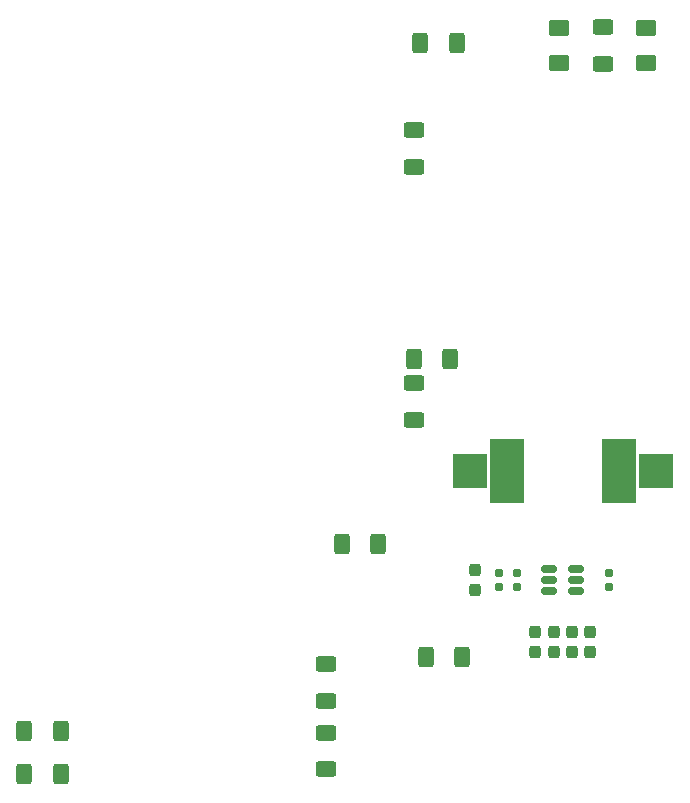
<source format=gbr>
%TF.GenerationSoftware,KiCad,Pcbnew,(6.0.0)*%
%TF.CreationDate,2022-08-03T23:17:49+01:00*%
%TF.ProjectId,Tube Headphone project V3,54756265-2048-4656-9164-70686f6e6520,rev?*%
%TF.SameCoordinates,Original*%
%TF.FileFunction,Paste,Top*%
%TF.FilePolarity,Positive*%
%FSLAX46Y46*%
G04 Gerber Fmt 4.6, Leading zero omitted, Abs format (unit mm)*
G04 Created by KiCad (PCBNEW (6.0.0)) date 2022-08-03 23:17:49*
%MOMM*%
%LPD*%
G01*
G04 APERTURE LIST*
G04 Aperture macros list*
%AMRoundRect*
0 Rectangle with rounded corners*
0 $1 Rounding radius*
0 $2 $3 $4 $5 $6 $7 $8 $9 X,Y pos of 4 corners*
0 Add a 4 corners polygon primitive as box body*
4,1,4,$2,$3,$4,$5,$6,$7,$8,$9,$2,$3,0*
0 Add four circle primitives for the rounded corners*
1,1,$1+$1,$2,$3*
1,1,$1+$1,$4,$5*
1,1,$1+$1,$6,$7*
1,1,$1+$1,$8,$9*
0 Add four rect primitives between the rounded corners*
20,1,$1+$1,$2,$3,$4,$5,0*
20,1,$1+$1,$4,$5,$6,$7,0*
20,1,$1+$1,$6,$7,$8,$9,0*
20,1,$1+$1,$8,$9,$2,$3,0*%
G04 Aperture macros list end*
%ADD10RoundRect,0.250000X0.625000X-0.400000X0.625000X0.400000X-0.625000X0.400000X-0.625000X-0.400000X0*%
%ADD11RoundRect,0.237500X0.237500X-0.300000X0.237500X0.300000X-0.237500X0.300000X-0.237500X-0.300000X0*%
%ADD12RoundRect,0.250000X0.400000X0.625000X-0.400000X0.625000X-0.400000X-0.625000X0.400000X-0.625000X0*%
%ADD13R,3.000000X5.500000*%
%ADD14RoundRect,0.250000X-0.625000X0.400000X-0.625000X-0.400000X0.625000X-0.400000X0.625000X0.400000X0*%
%ADD15RoundRect,0.250001X-0.624999X0.462499X-0.624999X-0.462499X0.624999X-0.462499X0.624999X0.462499X0*%
%ADD16RoundRect,0.250001X0.624999X-0.462499X0.624999X0.462499X-0.624999X0.462499X-0.624999X-0.462499X0*%
%ADD17RoundRect,0.250000X-0.400000X-0.625000X0.400000X-0.625000X0.400000X0.625000X-0.400000X0.625000X0*%
%ADD18RoundRect,0.155000X-0.155000X0.212500X-0.155000X-0.212500X0.155000X-0.212500X0.155000X0.212500X0*%
%ADD19R,3.000000X2.900000*%
%ADD20RoundRect,0.150000X0.512500X0.150000X-0.512500X0.150000X-0.512500X-0.150000X0.512500X-0.150000X0*%
%ADD21RoundRect,0.160000X-0.160000X0.197500X-0.160000X-0.197500X0.160000X-0.197500X0.160000X0.197500X0*%
%ADD22RoundRect,0.160000X0.160000X-0.197500X0.160000X0.197500X-0.160000X0.197500X-0.160000X-0.197500X0*%
G04 APERTURE END LIST*
D10*
%TO.C,R3*%
X204390000Y-81190000D03*
X204390000Y-78090000D03*
%TD*%
D11*
%TO.C,C15*%
X217800000Y-100822500D03*
X217800000Y-99097500D03*
%TD*%
D12*
%TO.C,R11*%
X208510000Y-101230332D03*
X205410000Y-101230332D03*
%TD*%
D11*
%TO.C,C1*%
X209583119Y-95582500D03*
X209583119Y-93857500D03*
%TD*%
D10*
%TO.C,R10*%
X196932449Y-110755000D03*
X196932449Y-107655000D03*
%TD*%
D11*
%TO.C,C14*%
X219360198Y-100822500D03*
X219360198Y-99097500D03*
%TD*%
D13*
%TO.C,REF\u002A\u002A*%
X212280000Y-85540000D03*
X221780000Y-85540000D03*
%TD*%
D14*
%TO.C,R2*%
X204390000Y-56660000D03*
X204390000Y-59760000D03*
%TD*%
D15*
%TO.C,D2*%
X216690000Y-48015000D03*
X216690000Y-50990000D03*
%TD*%
D16*
%TO.C,D1*%
X224090000Y-50945000D03*
X224090000Y-47970000D03*
%TD*%
D12*
%TO.C,R5*%
X201390000Y-91650000D03*
X198290000Y-91650000D03*
%TD*%
%TO.C,R9*%
X174510000Y-107476335D03*
X171410000Y-107476335D03*
%TD*%
D17*
%TO.C,R6*%
X204955112Y-49260000D03*
X208055112Y-49260000D03*
%TD*%
D18*
%TO.C,C2*%
X220964485Y-94158629D03*
X220964485Y-95293629D03*
%TD*%
D10*
%TO.C,R1*%
X220390000Y-51030000D03*
X220390000Y-47930000D03*
%TD*%
D19*
%TO.C,L1*%
X209180000Y-85540000D03*
X224880000Y-85540000D03*
%TD*%
D20*
%TO.C,U4*%
X218167500Y-95686129D03*
X218167500Y-94736129D03*
X218167500Y-93786129D03*
X215892500Y-93786129D03*
X215892500Y-94736129D03*
X215892500Y-95686129D03*
%TD*%
D21*
%TO.C,R13*%
X213152150Y-94128629D03*
X213152150Y-95323629D03*
%TD*%
D22*
%TO.C,R12*%
X211582150Y-95323629D03*
X211582150Y-94128629D03*
%TD*%
D12*
%TO.C,R4*%
X207500000Y-76030000D03*
X204400000Y-76030000D03*
%TD*%
D11*
%TO.C,C16*%
X216239803Y-100822500D03*
X216239803Y-99097500D03*
%TD*%
D14*
%TO.C,R7*%
X196932449Y-101855000D03*
X196932449Y-104955000D03*
%TD*%
D11*
%TO.C,C4*%
X214679606Y-100822500D03*
X214679606Y-99097500D03*
%TD*%
D12*
%TO.C,R8*%
X174510000Y-111116335D03*
X171410000Y-111116335D03*
%TD*%
M02*

</source>
